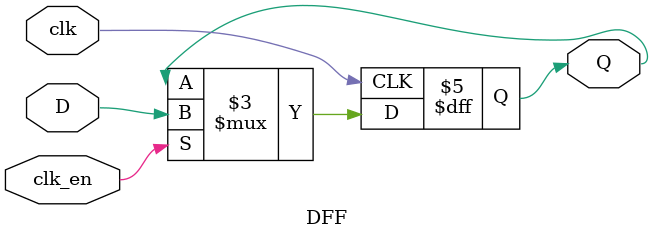
<source format=v>
`timescale 1ns / 1ps

module DFF(
    input wire clk,
    input wire clk_en,
    input wire D,
    output reg Q = 0
    );
    
    always @(posedge clk) begin 
        if(clk_en)
            Q <= D;
    end
    
endmodule

</source>
